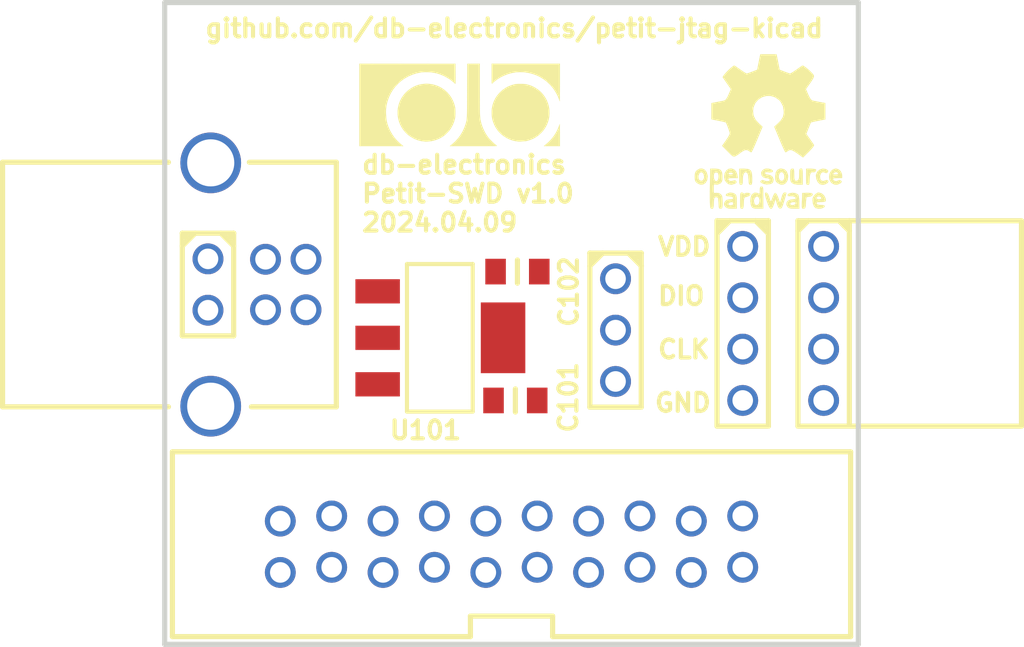
<source format=kicad_pcb>
(kicad_pcb (version 20221018) (generator pcbnew)
  (title_block (title "Petit SWD") (date "2024-04-08") (rev "0.1") (company "db Electronics") (comment 1 "https://github.com/db-electronics/petit-jtag-kicad") (comment 2 "Licensed Under CERN OHL v.1.2") (comment 3 "Copyright 2024 René Richard"))
  (layers (0 "F.Cu" signal) (31 "B.Cu" signal) (36 "B.SilkS" user "B.Silkscreen") (37 "F.SilkS" user "F.Silkscreen") (38 "B.Mask" user) (39 "F.Mask" user) (44 "Edge.Cuts" user))
  (net 0 "")
  (net 1 "+3V3")
  (net 3 "GND")
  (net 5 "/SWDIO")
  (net 6 "/SWCLK")
  (net 12 "+5V")
  (net 13 "VCC")
  (footprint "db-thparts:HDR1X4" (layer "F.Cu") (at 154.305 92.075)
    (fp_text reference "CON102" hide)
    (fp_text value "61300411121" hide)
    (fp_line (start -1.27 -1.27) (end -1.27 8.89) (stroke (width 0.254)) (layer "F.SilkS"))
    (fp_line (start -1.27 -1.27) (end -1.016 -1.016) (stroke (width 0.254)) (layer "F.SilkS"))
    (fp_line (start -1.27 -0.635) (end -0.635 -1.27) (stroke (width 0.254)) (layer "F.SilkS"))
    (fp_line (start -1.27 8.89) (end 1.27 8.89) (stroke (width 0.254)) (layer "F.SilkS"))
    (fp_line (start 0.635 -1.27) (end 1.27 -0.635) (stroke (width 0.254)) (layer "F.SilkS"))
    (fp_line (start 1.27 -1.27) (end -1.27 -1.27) (stroke (width 0.254)) (layer "F.SilkS"))
    (fp_line (start 1.27 -1.27) (end 1.016 -1.016) (stroke (width 0.254)) (layer "F.SilkS"))
    (fp_line (start 1.27 8.89) (end 1.27 -1.27) (stroke (width 0.254)) (layer "F.SilkS"))
    (pad "1" thru_hole circle (at 0 0) (size 1.524 1.524) (drill 1.016) (layers "*.Cu" "*.Mask") (net 13 "VCC"))
    (pad "2" thru_hole circle (at 0 2.54) (size 1.524 1.524) (drill 1.016) (layers "*.Cu" "*.Mask") (net 5 "/SWDIO"))
    (pad "3" thru_hole circle (at 0 5.08) (size 1.524 1.524) (drill 1.016) (layers "*.Cu" "*.Mask") (net 6 "/SWCLK"))
    (pad "4" thru_hole circle (at 0 7.62) (size 1.524 1.524) (drill 1.016) (layers "*.Cu" "*.Mask") (net 3 "GND"))
  )
  (footprint "db-thparts:USB-B1HSxx" (layer "F.Cu") (at 130.715 93.96 90)
    (fp_text reference "CON104" hide)
    (fp_text value "USB-B1HSB6" hide)
    (fp_line (start -6.05 -13) (end -6.05 -4.8) (stroke (width 0.254)) (layer "F.SilkS"))
    (fp_line (start -6.05 -13) (end 6.05 -13) (stroke (width 0.254)) (layer "F.SilkS"))
    (fp_line (start -6.05 3.5) (end -6.05 -0.7) (stroke (width 0.254)) (layer "F.SilkS"))
    (fp_line (start -6.05 3.5) (end 6.05 3.5) (stroke (width 0.254)) (layer "F.SilkS"))
    (fp_line (start 6.05 -13) (end 6.05 -4.8) (stroke (width 0.254)) (layer "F.SilkS"))
    (fp_line (start 6.05 3.5) (end 6.05 -0.8) (stroke (width 0.254)) (layer "F.SilkS"))
    (pad "1" thru_hole circle (at -1.25 2 90) (size 1.524 1.524) (drill 1.016) (layers "*.Cu" "*.Mask") (net 12 "+5V"))
    (pad "2" thru_hole circle (at 1.25 2 90) (size 1.524 1.524) (drill 1.016) (layers "*.Cu" "*.Mask"))
    (pad "3" thru_hole circle (at 1.25 0 90) (size 1.524 1.524) (drill 1.016) (layers "*.Cu" "*.Mask"))
    (pad "4" thru_hole circle (at -1.25 0 90) (size 1.524 1.524) (drill 1.016) (layers "*.Cu" "*.Mask") (net 3 "GND"))
    (pad "5" thru_hole circle (at -6.02 -2.71 90) (size 3 3) (drill 2.33) (layers "*.Cu" "*.Mask") (net 3 "GND"))
    (pad "5" thru_hole circle (at 6.02 -2.71 90) (size 3 3) (drill 2.33) (layers "*.Cu" "*.Mask") (net 3 "GND"))
  )
  (footprint "db-thparts:HDR1X3" (layer "F.Cu") (at 148.0185 93.6752)
    (fp_text reference "CON105" hide)
    (fp_text value "61300311121" hide)
    (fp_line (start -1.27 -1.27) (end -1.27 6.35) (stroke (width 0.254)) (layer "F.SilkS"))
    (fp_line (start -1.27 -1.27) (end -1.016 -1.016) (stroke (width 0.254)) (layer "F.SilkS"))
    (fp_line (start -1.27 -0.635) (end -0.635 -1.27) (stroke (width 0.254)) (layer "F.SilkS"))
    (fp_line (start -1.27 6.35) (end 1.27 6.35) (stroke (width 0.254)) (layer "F.SilkS"))
    (fp_line (start 0.635 -1.27) (end 1.27 -0.635) (stroke (width 0.254)) (layer "F.SilkS"))
    (fp_line (start 1.27 -1.27) (end -1.27 -1.27) (stroke (width 0.254)) (layer "F.SilkS"))
    (fp_line (start 1.27 -1.27) (end 1.016 -1.016) (stroke (width 0.254)) (layer "F.SilkS"))
    (fp_line (start 1.27 6.35) (end 1.27 -1.27) (stroke (width 0.254)) (layer "F.SilkS"))
    (pad "1" thru_hole circle (at 0 0) (size 1.524 1.524) (drill 1.016) (layers "*.Cu" "*.Mask") (net 1 "+3V3"))
    (pad "2" thru_hole circle (at 0 2.54) (size 1.524 1.524) (drill 1.016) (layers "*.Cu" "*.Mask") (net 13 "VCC"))
    (pad "3" thru_hole circle (at 0 5.08) (size 1.524 1.524) (drill 1.016) (layers "*.Cu" "*.Mask") (net 12 "+5V"))
  )
  (footprint "db-thparts:HDR2X10-JTAG-SHROUD" (layer "F.Cu") (at 131.445 108.077 90)
    (fp_text reference "CON101" hide)
    (fp_text value "302-S201" hide)
    (fp_line (start -3.302 -5.334) (end -3.302 9.398) (stroke (width 0.254)) (layer "F.SilkS"))
    (fp_line (start -3.302 -5.334) (end 5.842 -5.334) (stroke (width 0.254)) (layer "F.SilkS"))
    (fp_line (start -3.302 9.398) (end -2.286 9.398) (stroke (width 0.254)) (layer "F.SilkS"))
    (fp_line (start -3.302 13.462) (end -3.302 28.194) (stroke (width 0.254)) (layer "F.SilkS"))
    (fp_line (start -3.302 28.194) (end 5.842 28.194) (stroke (width 0.254)) (layer "F.SilkS"))
    (fp_line (start -2.286 9.398) (end -2.286 13.462) (stroke (width 0.254)) (layer "F.SilkS"))
    (fp_line (start -2.286 13.462) (end -3.302 13.462) (stroke (width 0.254)) (layer "F.SilkS"))
    (fp_line (start 5.842 28.194) (end 5.842 -5.334) (stroke (width 0.254)) (layer "F.SilkS"))
    (pad "1" thru_hole circle (at -0.127 0 90) (size 1.524 1.524) (drill 1.016) (layers "*.Cu" "*.Mask") (net 13 "VCC"))
    (pad "2" thru_hole circle (at 2.413 0 90) (size 1.524 1.524) (drill 1.016) (layers "*.Cu" "*.Mask") (net 13 "VCC"))
    (pad "3" thru_hole circle (at 0.127 2.54 90) (size 1.524 1.524) (drill 1.016) (layers "*.Cu" "*.Mask"))
    (pad "4" thru_hole circle (at 2.667 2.54 90) (size 1.524 1.524) (drill 1.016) (layers "*.Cu" "*.Mask") (net 3 "GND"))
    (pad "5" thru_hole circle (at -0.127 5.08 90) (size 1.524 1.524) (drill 1.016) (layers "*.Cu" "*.Mask"))
    (pad "6" thru_hole circle (at 2.413 5.08 90) (size 1.524 1.524) (drill 1.016) (layers "*.Cu" "*.Mask") (net 3 "GND"))
    (pad "7" thru_hole circle (at 0.127 7.62 90) (size 1.524 1.524) (drill 1.016) (layers "*.Cu" "*.Mask") (net 5 "/SWDIO"))
    (pad "8" thru_hole circle (at 2.667 7.62 90) (size 1.524 1.524) (drill 1.016) (layers "*.Cu" "*.Mask") (net 3 "GND"))
    (pad "9" thru_hole circle (at -0.127 10.16 90) (size 1.524 1.524) (drill 1.016) (layers "*.Cu" "*.Mask") (net 6 "/SWCLK"))
    (pad "10" thru_hole circle (at 2.413 10.16 90) (size 1.524 1.524) (drill 1.016) (layers "*.Cu" "*.Mask") (net 3 "GND"))
    (pad "11" thru_hole circle (at 0.127 12.7 90) (size 1.524 1.524) (drill 1.016) (layers "*.Cu" "*.Mask"))
    (pad "12" thru_hole circle (at 2.667 12.7 90) (size 1.524 1.524) (drill 1.016) (layers "*.Cu" "*.Mask") (net 3 "GND"))
    (pad "13" thru_hole circle (at -0.127 15.24 90) (size 1.524 1.524) (drill 1.016) (layers "*.Cu" "*.Mask"))
    (pad "14" thru_hole circle (at 2.413 15.24 90) (size 1.524 1.524) (drill 1.016) (layers "*.Cu" "*.Mask") (net 3 "GND"))
    (pad "15" thru_hole circle (at 0.127 17.78 90) (size 1.524 1.524) (drill 1.016) (layers "*.Cu" "*.Mask"))
    (pad "16" thru_hole circle (at 2.667 17.78 90) (size 1.524 1.524) (drill 1.016) (layers "*.Cu" "*.Mask") (net 3 "GND"))
    (pad "17" thru_hole circle (at -0.127 20.32 90) (size 1.524 1.524) (drill 1.016) (layers "*.Cu" "*.Mask"))
    (pad "18" thru_hole circle (at 2.413 20.32 90) (size 1.524 1.524) (drill 1.016) (layers "*.Cu" "*.Mask") (net 3 "GND"))
    (pad "19" thru_hole circle (at 0.127 22.86 90) (size 1.524 1.524) (drill 1.016) (layers "*.Cu" "*.Mask"))
    (pad "20" thru_hole circle (at 2.667 22.86 90) (size 1.524 1.524) (drill 1.016) (layers "*.Cu" "*.Mask") (net 3 "GND"))
  )
  (footprint "db-thparts:HDR1X2" (layer "F.Cu") (at 127.87 92.69)
    (fp_text reference "CON106" hide)
    (fp_text value "61300211121" hide)
    (fp_line (start -1.27 -1.27) (end -1.016 -1.016) (stroke (width 0.254)) (layer "F.SilkS"))
    (fp_line (start -1.27 -1.27) (end 1.27 -1.27) (stroke (width 0.254)) (layer "F.SilkS"))
    (fp_line (start -1.27 3.81) (end -1.27 -1.27) (stroke (width 0.254)) (layer "F.SilkS"))
    (fp_line (start -0.635 -1.27) (end -1.27 -0.635) (stroke (width 0.254)) (layer "F.SilkS"))
    (fp_line (start 0.635 -1.27) (end 1.27 -0.635) (stroke (width 0.254)) (layer "F.SilkS"))
    (fp_line (start 1.27 -1.27) (end 1.016 -1.016) (stroke (width 0.254)) (layer "F.SilkS"))
    (fp_line (start 1.27 -1.27) (end 1.27 3.81) (stroke (width 0.254)) (layer "F.SilkS"))
    (fp_line (start 1.27 3.81) (end -1.27 3.81) (stroke (width 0.254)) (layer "F.SilkS"))
    (pad "1" thru_hole circle (at 0 0) (size 1.524 1.524) (drill 1.016) (layers "*.Cu" "*.Mask") (net 12 "+5V"))
    (pad "2" thru_hole circle (at 0 2.54) (size 1.524 1.524) (drill 1.016) (layers "*.Cu" "*.Mask") (net 3 "GND"))
  )
  (footprint "db-smt:SOT-223" (layer "F.Cu") (at 136.2571 96.5962 -90)
    (fp_text reference "U101" (at 4.572 -2.3634) (layer "F.SilkS") (effects (font (size 0.889 0.889) (thickness 0.2032))))
    (fp_text value "AZ1117CH-3.3TRG1" hide)
    (fp_line (start -3.65 -4.7) (end -3.65 -1.45) (stroke (width 0.2032)) (layer "F.SilkS"))
    (fp_line (start -3.65 -4.7) (end 3.65 -4.7) (stroke (width 0.2032)) (layer "F.SilkS"))
    (fp_line (start -3.65 -1.45) (end 3.65 -1.45) (stroke (width 0.2032)) (layer "F.SilkS"))
    (fp_line (start 3.65 -1.45) (end 3.65 -4.7) (stroke (width 0.2032)) (layer "F.SilkS"))
    (pad "1" smd rect (at -2.3 0 270) (size 1.2 2.2) (layers "F.Cu" "F.Paste" "F.Mask") (net 3 "GND"))
    (pad "2" smd rect (at 0 -6.2 270) (size 3.5 2.2) (layers "F.Cu" "F.Paste" "F.Mask") (net 1 "+3V3"))
    (pad "2" smd rect (at 0 0 270) (size 1.2 2.2) (layers "F.Cu" "F.Paste" "F.Mask") (net 1 "+3V3"))
    (pad "3" smd rect (at 2.3 0 270) (size 1.2 2.2) (layers "F.Cu" "F.Paste" "F.Mask") (net 12 "+5V"))
  )
  (footprint "db-artwork:oshw-logo_7.5mm" (layer "F.Cu") (at 155.575 86.36)
    (fp_text reference "logo102" hide)
    (fp_text value "oshw-logo" hide)
    (fp_poly (pts (xy 2.22811 1.877412) (xy 2.32344 1.894297) (xy 2.352796 1.910333) (xy 2.352453 1.97402) (xy 2.301982 2.030846) (xy 2.232318 2.049496) (xy 2.218866 2.045914) (xy 2.128443 2.045235) (xy 2.067523 2.123527) (xy 2.036362 2.280306) (xy 2.032 2.397016) (xy 2.029261 2.544228) (xy 2.0171 2.625709) (xy 1.989602 2.660325) (xy 1.947334 2.667) (xy 1.907758 2.660853) (xy 1.882879 2.631872) (xy 1.869322 2.564247) (xy 1.863712 2.442169) (xy 1.862667 2.270401) (xy 1.862667 1.873803) (xy 2.095152 1.871714) (xy 2.22811 1.877412)) (stroke (width 0.01)) (fill solid) (layer "F.SilkS"))
    (fp_poly (pts (xy 2.022973 3.065188) (xy 2.127916 3.079321) (xy 2.15971 3.090771) (xy 2.190713 3.141916) (xy 2.158229 3.198734) (xy 2.080209 3.243732) (xy 1.986418 3.259666) (xy 1.922796 3.263281) (xy 1.88592 3.286651) (xy 1.867083 3.348566) (xy 1.857579 3.467816) (xy 1.854018 3.545416) (xy 1.844786 3.698174) (xy 1.829135 3.785832) (xy 1.799916 3.827958) (xy 1.749983 3.844114) (xy 1.74462 3.844907) (xy 1.699481 3.848141) (xy 1.671736 3.831952) (xy 1.657946 3.780902) (xy 1.654675 3.679555) (xy 1.658485 3.512471) (xy 1.659953 3.464671) (xy 1.672167 3.070692) (xy 1.887265 3.063011) (xy 2.022973 3.065188)) (stroke (width 0.01)) (fill solid) (layer "F.SilkS"))
    (fp_poly (pts (xy -1.243579 3.06787) (xy -1.227666 3.095516) (xy -1.20757 3.118205) (xy -1.164716 3.090789) (xy -1.091078 3.064163) (xy -0.996521 3.065817) (xy -0.917282 3.090822) (xy -0.889 3.128289) (xy -0.926827 3.194313) (xy -1.022505 3.247304) (xy -1.100666 3.266193) (xy -1.157175 3.27999) (xy -1.190253 3.314953) (xy -1.207681 3.390827) (xy -1.217238 3.527358) (xy -1.219017 3.566583) (xy -1.228565 3.719624) (xy -1.244389 3.806152) (xy -1.272541 3.844321) (xy -1.314267 3.852333) (xy -1.352752 3.845812) (xy -1.377044 3.815809) (xy -1.390367 3.746659) (xy -1.395943 3.622698) (xy -1.397 3.450166) (xy -1.395721 3.263248) (xy -1.389682 3.145278) (xy -1.375574 3.080552) (xy -1.350093 3.053364) (xy -1.312333 3.048) (xy -1.243579 3.06787)) (stroke (width 0.01)) (fill solid) (layer "F.SilkS"))
    (fp_poly (pts (xy 2.82331 1.881264) (xy 2.900728 1.921585) (xy 2.954549 1.976468) (xy 2.938543 2.031202) (xy 2.926375 2.046689) (xy 2.867729 2.089704) (xy 2.794886 2.065028) (xy 2.790244 2.062162) (xy 2.688997 2.035925) (xy 2.607165 2.084516) (xy 2.556628 2.198436) (xy 2.548193 2.255768) (xy 2.564622 2.388194) (xy 2.630992 2.466225) (xy 2.732961 2.478284) (xy 2.794875 2.454865) (xy 2.892314 2.429654) (xy 2.952714 2.466943) (xy 2.963334 2.514536) (xy 2.927022 2.570213) (xy 2.839411 2.624309) (xy 2.732489 2.660019) (xy 2.675592 2.665712) (xy 2.579023 2.643735) (xy 2.52545 2.619056) (xy 2.43773 2.52739) (xy 2.374678 2.387215) (xy 2.349389 2.23389) (xy 2.355582 2.160339) (xy 2.420428 2.017455) (xy 2.535378 1.916578) (xy 2.677362 1.867814) (xy 2.82331 1.881264)) (stroke (width 0.01)) (fill solid) (layer "F.SilkS"))
    (fp_poly (pts (xy -1.029438 1.881142) (xy -0.913774 1.922038) (xy -0.84505 2.007565) (xy -0.812251 2.150923) (xy -0.804333 2.3495) (xy -0.806414 2.512016) (xy -0.815692 2.607385) (xy -0.836722 2.653087) (xy -0.87406 2.666601) (xy -0.887066 2.667) (xy -0.9321 2.657027) (xy -0.959038 2.61493) (xy -0.974067 2.522436) (xy -0.982316 2.385669) (xy -0.995486 2.219747) (xy -1.020254 2.118959) (xy -1.061858 2.06401) (xy -1.071396 2.057586) (xy -1.153734 2.04262) (xy -1.216706 2.104179) (xy -1.256668 2.235593) (xy -1.27 2.421091) (xy -1.273294 2.560192) (xy -1.287682 2.634364) (xy -1.319921 2.663232) (xy -1.354666 2.667) (xy -1.394242 2.660853) (xy -1.419121 2.631872) (xy -1.432678 2.564247) (xy -1.438288 2.442169) (xy -1.439333 2.270401) (xy -1.439333 1.873803) (xy -1.203055 1.871679) (xy -1.029438 1.881142)) (stroke (width 0.01)) (fill solid) (layer "F.SilkS"))
    (fp_poly (pts (xy 0.790285 1.90013) (xy 0.902959 2.004503) (xy 0.964874 2.163757) (xy 0.973667 2.264833) (xy 0.943669 2.445903) (xy 0.863097 2.577067) (xy 0.746085 2.649834) (xy 0.606768 2.655716) (xy 0.459278 2.586223) (xy 0.450209 2.57926) (xy 0.383399 2.514244) (xy 0.349961 2.435757) (xy 0.339122 2.313135) (xy 0.338751 2.271196) (xy 0.508 2.271196) (xy 0.534069 2.391705) (xy 0.597694 2.461401) (xy 0.677001 2.474793) (xy 0.750118 2.42639) (xy 0.788905 2.341708) (xy 0.791675 2.221391) (xy 0.768281 2.134711) (xy 0.701714 2.049293) (xy 0.62637 2.036002) (xy 0.558781 2.086167) (xy 0.515479 2.191119) (xy 0.508 2.271196) (xy 0.338751 2.271196) (xy 0.338667 2.26176) (xy 0.362385 2.063774) (xy 0.434646 1.934067) (xy 0.557111 1.870416) (xy 0.636924 1.862666) (xy 0.790285 1.90013)) (stroke (width 0.01)) (fill solid) (layer "F.SilkS"))
    (fp_poly (pts (xy -3.149684 1.921286) (xy -3.057849 2.037379) (xy -3.009596 2.202889) (xy -3.005666 2.272466) (xy -3.036276 2.450477) (xy -3.11824 2.57921) (xy -3.236761 2.649993) (xy -3.377042 2.654152) (xy -3.524285 2.583017) (xy -3.529124 2.57926) (xy -3.597043 2.512578) (xy -3.630364 2.431505) (xy -3.640441 2.304474) (xy -3.640666 2.26914) (xy -3.639305 2.246067) (xy -3.464082 2.246067) (xy -3.453415 2.377047) (xy -3.405317 2.441241) (xy -3.308783 2.473499) (xy -3.228568 2.433489) (xy -3.181208 2.33361) (xy -3.175 2.268527) (xy -3.200222 2.132533) (xy -3.262034 2.05715) (xy -3.339656 2.04399) (xy -3.412307 2.09467) (xy -3.459207 2.210803) (xy -3.464082 2.246067) (xy -3.639305 2.246067) (xy -3.631853 2.119818) (xy -3.598824 2.022228) (xy -3.542688 1.954712) (xy -3.406504 1.871432) (xy -3.270703 1.863131) (xy -3.149684 1.921286)) (stroke (width 0.01)) (fill solid) (layer "F.SilkS"))
    (fp_poly (pts (xy 1.648214 1.868804) (xy 1.673088 1.897748) (xy 1.686654 1.965297) (xy 1.692278 2.087246) (xy 1.693334 2.259948) (xy 1.693334 2.65723) (xy 1.480324 2.65723) (xy 1.283198 2.63453) (xy 1.173408 2.581219) (xy 1.123775 2.530084) (xy 1.095293 2.461866) (xy 1.082393 2.353641) (xy 1.0795 2.19452) (xy 1.081421 2.034261) (xy 1.090856 1.939888) (xy 1.113315 1.892646) (xy 1.154311 1.873776) (xy 1.17475 1.870305) (xy 1.224546 1.868374) (xy 1.253053 1.891989) (xy 1.266185 1.958675) (xy 1.269856 2.085954) (xy 1.27 2.152527) (xy 1.277127 2.33179) (xy 1.302216 2.436439) (xy 1.350831 2.475616) (xy 1.428536 2.458461) (xy 1.449917 2.448123) (xy 1.492103 2.408286) (xy 1.515072 2.330379) (xy 1.523565 2.19445) (xy 1.524 2.136343) (xy 1.526667 1.987916) (xy 1.538536 1.905334) (xy 1.565408 1.869845) (xy 1.608667 1.862666) (xy 1.648214 1.868804)) (stroke (width 0.01)) (fill solid) (layer "F.SilkS"))
    (fp_poly (pts (xy -1.706223 1.902656) (xy -1.602585 2.001704) (xy -1.540886 2.155077) (xy -1.53834 2.169583) (xy -1.512922 2.328333) (xy -1.751294 2.328333) (xy -1.895547 2.334301) (xy -1.97017 2.354641) (xy -1.989666 2.38898) (xy -1.954272 2.450897) (xy -1.870123 2.481492) (xy -1.770271 2.471265) (xy -1.743751 2.459659) (xy -1.655783 2.441119) (xy -1.615152 2.465781) (xy -1.571371 2.527493) (xy -1.595679 2.574918) (xy -1.674158 2.617871) (xy -1.82639 2.662932) (xy -1.956018 2.638274) (xy -2.044207 2.581817) (xy -2.149803 2.448119) (xy -2.187844 2.275654) (xy -2.160666 2.106083) (xy -1.979083 2.106083) (xy -1.957054 2.146227) (xy -1.862666 2.159) (xy -1.765627 2.145022) (xy -1.74625 2.106083) (xy -1.797275 2.064761) (xy -1.862666 2.053166) (xy -1.946453 2.073122) (xy -1.979083 2.106083) (xy -2.160666 2.106083) (xy -2.158941 2.095321) (xy -2.07816 1.954264) (xy -1.963072 1.876655) (xy -1.832739 1.860212) (xy -1.706223 1.902656)) (stroke (width 0.01)) (fill solid) (layer "F.SilkS"))
    (fp_poly (pts (xy 0.032085 1.87269) (xy 0.145844 1.911644) (xy 0.21911 1.964544) (xy 0.219508 2.01279) (xy 0.158639 2.045933) (xy 0.048103 2.053524) (xy -0.004943 2.047466) (xy -0.113125 2.036538) (xy -0.160745 2.053896) (xy -0.169333 2.090089) (xy -0.135859 2.14482) (xy -0.051753 2.159) (xy 0.098843 2.190268) (xy 0.206821 2.273798) (xy 0.253423 2.394177) (xy 0.254 2.410216) (xy 0.234066 2.515625) (xy 0.194278 2.579198) (xy 0.068404 2.636472) (xy -0.093281 2.648349) (xy -0.254236 2.613399) (xy -0.288299 2.598086) (xy -0.376246 2.547028) (xy -0.397284 2.508044) (xy -0.367321 2.465845) (xy -0.297276 2.427195) (xy -0.219388 2.4512) (xy -0.09877 2.49182) (xy 0.008521 2.488788) (xy 0.066425 2.4506) (xy 0.064241 2.393468) (xy -0.004521 2.349419) (xy -0.1218 2.329272) (xy -0.136607 2.328981) (xy -0.257545 2.291982) (xy -0.336547 2.199474) (xy -0.356488 2.076901) (xy -0.343034 2.022321) (xy -0.261692 1.915345) (xy -0.13084 1.864152) (xy 0.032085 1.87269)) (stroke (width 0.01)) (fill solid) (layer "F.SilkS"))
    (fp_poly (pts (xy 1.328847 3.077167) (xy 1.44165 3.129082) (xy 1.481152 3.174038) (xy 1.502915 3.255803) (xy 1.518339 3.392208) (xy 1.524 3.548666) (xy 1.524 3.843232) (xy 1.275608 3.846729) (xy 1.114456 3.841178) (xy 1.01354 3.815389) (xy 0.958108 3.773862) (xy 0.891367 3.65341) (xy 0.892583 3.636379) (xy 1.076895 3.636379) (xy 1.078074 3.638359) (xy 1.14299 3.675222) (xy 1.236482 3.670727) (xy 1.318066 3.6325) (xy 1.346826 3.58775) (xy 1.333302 3.529338) (xy 1.262521 3.514314) (xy 1.149223 3.532831) (xy 1.080827 3.577905) (xy 1.076895 3.636379) (xy 0.892583 3.636379) (xy 0.899501 3.539574) (xy 0.973199 3.448011) (xy 1.103152 3.394374) (xy 1.188357 3.386666) (xy 1.30554 3.375539) (xy 1.352492 3.33918) (xy 1.354667 3.323973) (xy 1.316371 3.267176) (xy 1.214052 3.233756) (xy 1.066564 3.229775) (xy 1.062618 3.230092) (xy 0.970587 3.216697) (xy 0.945988 3.1706) (xy 0.991736 3.113928) (xy 1.043869 3.087785) (xy 1.185723 3.061325) (xy 1.328847 3.077167)) (stroke (width 0.01)) (fill solid) (layer "F.SilkS"))
    (fp_poly (pts (xy 3.471791 1.901043) (xy 3.579104 2.001264) (xy 3.636305 2.140963) (xy 3.640667 2.193478) (xy 3.640667 2.328333) (xy 3.404306 2.328333) (xy 3.254758 2.338375) (xy 3.187429 2.368528) (xy 3.202284 2.418829) (xy 3.272624 2.473166) (xy 3.359362 2.494157) (xy 3.432171 2.463177) (xy 3.513164 2.429624) (xy 3.579256 2.457167) (xy 3.58483 2.461693) (xy 3.622675 2.506952) (xy 3.599944 2.552523) (xy 3.555657 2.591123) (xy 3.411286 2.658886) (xy 3.256596 2.65132) (xy 3.116674 2.57) (xy 3.109576 2.56309) (xy 3.02468 2.429482) (xy 2.99842 2.275213) (xy 3.021416 2.137379) (xy 3.194122 2.137379) (xy 3.228407 2.155468) (xy 3.316655 2.159) (xy 3.417206 2.150998) (xy 3.449524 2.121899) (xy 3.444309 2.0955) (xy 3.386306 2.040795) (xy 3.344988 2.032) (xy 3.255617 2.06256) (xy 3.217334 2.0955) (xy 3.194122 2.137379) (xy 3.021416 2.137379) (xy 3.024174 2.120852) (xy 3.095322 1.98697) (xy 3.205241 1.894136) (xy 3.33503 1.862666) (xy 3.471791 1.901043)) (stroke (width 0.01)) (fill solid) (layer "F.SilkS"))
    (fp_poly (pts (xy -1.759714 3.066267) (xy -1.660419 3.1139) (xy -1.612437 3.156684) (xy -1.584121 3.215841) (xy -1.570455 3.312575) (xy -1.566425 3.468094) (xy -1.566333 3.511688) (xy -1.566333 3.843576) (xy -1.800745 3.846376) (xy -1.959576 3.839163) (xy -2.062327 3.808311) (xy -2.118245 3.766088) (xy -2.189099 3.668778) (xy -2.18802 3.608916) (xy -1.981825 3.608916) (xy -1.972562 3.662209) (xy -1.904702 3.681907) (xy -1.865771 3.683) (xy -1.771873 3.670737) (xy -1.737708 3.623788) (xy -1.735666 3.595521) (xy -1.752352 3.533005) (xy -1.818071 3.518547) (xy -1.851721 3.521438) (xy -1.948235 3.557578) (xy -1.981825 3.608916) (xy -2.18802 3.608916) (xy -2.187381 3.573542) (xy -2.135433 3.480752) (xy -2.059636 3.412876) (xy -1.942561 3.387717) (xy -1.899495 3.386666) (xy -1.790033 3.380095) (xy -1.745558 3.354318) (xy -1.744177 3.312583) (xy -1.782296 3.259086) (xy -1.879606 3.239161) (xy -1.912606 3.2385) (xy -2.045718 3.225828) (xy -2.105687 3.190437) (xy -2.088197 3.136267) (xy -2.055592 3.108038) (xy -1.915753 3.053823) (xy -1.759714 3.066267)) (stroke (width 0.01)) (fill solid) (layer "F.SilkS"))
    (fp_poly (pts (xy 2.626053 3.086625) (xy 2.746604 3.187969) (xy 2.8216 3.330232) (xy 2.836334 3.430991) (xy 2.825786 3.478603) (xy 2.780924 3.503548) (xy 2.68192 3.512774) (xy 2.600396 3.513666) (xy 2.465336 3.517304) (xy 2.396809 3.532229) (xy 2.376846 3.564462) (xy 2.379217 3.58775) (xy 2.412386 3.637989) (xy 2.498404 3.659455) (xy 2.568909 3.661833) (xy 2.71262 3.673377) (xy 2.781052 3.706322) (xy 2.771024 3.758135) (xy 2.732926 3.792294) (xy 2.610922 3.839976) (xy 2.460252 3.847119) (xy 2.327492 3.812007) (xy 2.319417 3.807541) (xy 2.252302 3.728358) (xy 2.202928 3.597633) (xy 2.180464 3.448058) (xy 2.187764 3.338095) (xy 2.208344 3.292693) (xy 2.372425 3.292693) (xy 2.380938 3.345992) (xy 2.449784 3.382016) (xy 2.497667 3.386666) (xy 2.595757 3.368954) (xy 2.624667 3.327695) (xy 2.589395 3.262629) (xy 2.506623 3.23351) (xy 2.434167 3.244357) (xy 2.372425 3.292693) (xy 2.208344 3.292693) (xy 2.238112 3.227022) (xy 2.328117 3.124733) (xy 2.429995 3.058791) (xy 2.480217 3.048) (xy 2.626053 3.086625)) (stroke (width 0.01)) (fill solid) (layer "F.SilkS"))
    (fp_poly (pts (xy -0.303943 2.756376) (xy -0.280278 2.779548) (xy -0.265561 2.834748) (xy -0.257684 2.93554) (xy -0.254535 3.095491) (xy -0.254 3.296005) (xy -0.254 3.840345) (xy -0.507282 3.843936) (xy -0.656761 3.841165) (xy -0.747343 3.822851) (xy -0.804373 3.781962) (xy -0.824782 3.755844) (xy -0.873586 3.633793) (xy -0.891162 3.474797) (xy -0.890475 3.46589) (xy -0.719666 3.46589) (xy -0.695394 3.58952) (xy -0.635375 3.662747) (xy -0.558803 3.677134) (xy -0.484873 3.624245) (xy -0.459386 3.580288) (xy -0.432928 3.459209) (xy -0.450252 3.34057) (xy -0.504532 3.25794) (xy -0.527576 3.244968) (xy -0.609057 3.252344) (xy -0.678831 3.321375) (xy -0.717215 3.429423) (xy -0.719666 3.46589) (xy -0.890475 3.46589) (xy -0.8786 3.312123) (xy -0.836994 3.17904) (xy -0.804333 3.132666) (xy -0.691453 3.058187) (xy -0.569848 3.06334) (xy -0.505217 3.091822) (xy -0.455206 3.11101) (xy -0.431165 3.086533) (xy -0.423743 3.001473) (xy -0.423333 2.943656) (xy -0.417883 2.82404) (xy -0.395211 2.767243) (xy -0.345841 2.751769) (xy -0.338666 2.751666) (xy -0.303943 2.756376)) (stroke (width 0.01)) (fill solid) (layer "F.SilkS"))
    (fp_poly (pts (xy 0.873303 3.057858) (xy 0.889 3.071407) (xy 0.877607 3.119639) (xy 0.847032 3.229717) (xy 0.802683 3.382469) (xy 0.775057 3.475455) (xy 0.718782 3.655414) (xy 0.67573 3.767487) (xy 0.638235 3.825838) (xy 0.598629 3.84463) (xy 0.575731 3.843631) (xy 0.515015 3.810127) (xy 0.462799 3.719413) (xy 0.421592 3.598333) (xy 0.352837 3.3655) (xy 0.274521 3.608916) (xy 0.215277 3.765064) (xy 0.159474 3.845163) (xy 0.10309 3.84765) (xy 0.042104 3.77096) (xy -0.027505 3.613529) (xy -0.077704 3.471866) (xy -0.134395 3.287803) (xy -0.166094 3.151397) (xy -0.170009 3.075753) (xy -0.164126 3.065948) (xy -0.084956 3.055934) (xy -0.015993 3.129422) (xy 0.042212 3.2858) (xy 0.045427 3.298107) (xy 0.080012 3.413179) (xy 0.110399 3.480658) (xy 0.124227 3.488752) (xy 0.15075 3.437966) (xy 0.191467 3.334887) (xy 0.215321 3.267256) (xy 0.265833 3.151114) (xy 0.31848 3.080217) (xy 0.342147 3.069166) (xy 0.388612 3.106985) (xy 0.445645 3.208025) (xy 0.489352 3.316) (xy 0.576886 3.562834) (xy 0.648454 3.305417) (xy 0.694848 3.158686) (xy 0.737457 3.078903) (xy 0.786334 3.049485) (xy 0.804511 3.048) (xy 0.873303 3.057858)) (stroke (width 0.01)) (fill solid) (layer "F.SilkS"))
    (fp_poly (pts (xy -2.473218 1.881848) (xy -2.360057 1.934799) (xy -2.297863 2.040136) (xy -2.274901 2.210464) (xy -2.273905 2.271678) (xy -2.279907 2.419636) (xy -2.303797 2.511864) (xy -2.354396 2.576816) (xy -2.37362 2.593237) (xy -2.503933 2.653689) (xy -2.591335 2.650383) (xy -2.659006 2.640494) (xy -2.694094 2.658364) (xy -2.707303 2.722778) (xy -2.709333 2.852522) (xy -2.709333 2.8575) (xy -2.707469 2.989441) (xy -2.69474 3.055502) (xy -2.660445 3.074468) (xy -2.59388 3.065125) (xy -2.591335 3.064616) (xy -2.453262 3.074597) (xy -2.372074 3.123014) (xy -2.318902 3.175622) (xy -2.287923 3.241585) (xy -2.272986 3.344219) (xy -2.267937 3.506841) (xy -2.267823 3.518089) (xy -2.268185 3.679118) (xy -2.276534 3.774173) (xy -2.298027 3.821899) (xy -2.337821 3.840942) (xy -2.358088 3.844432) (xy -2.407629 3.845267) (xy -2.436946 3.8184) (xy -2.452821 3.746198) (xy -2.462035 3.611026) (xy -2.463921 3.569266) (xy -2.472433 3.416924) (xy -2.486367 3.330562) (xy -2.513383 3.291522) (xy -2.561141 3.281146) (xy -2.582333 3.280833) (xy -2.63866 3.285987) (xy -2.67158 3.313945) (xy -2.688855 3.383448) (xy -2.698249 3.513239) (xy -2.700684 3.566583) (xy -2.710366 3.719947) (xy -2.726444 3.806661) (xy -2.754789 3.844743) (xy -2.793821 3.852333) (xy -2.840672 3.839996) (xy -2.867769 3.790241) (xy -2.882443 3.683949) (xy -2.887137 3.608916) (xy -2.890662 3.484501) (xy -2.892323 3.295455) (xy -2.892112 3.061793) (xy -2.890024 2.80353) (xy -2.887436 2.618439) (xy -2.88074 2.214871) (xy -2.701481 2.214871) (xy -2.693607 2.351299) (xy -2.652641 2.453359) (xy -2.588565 2.497362) (xy -2.582333 2.497666) (xy -2.531393 2.468996) (xy -2.500118 2.437121) (xy -2.470372 2.357131) (xy -2.461815 2.238104) (xy -2.463185 2.214871) (xy -2.479428 2.1083) (xy -2.516064 2.0624) (xy -2.582333 2.053166) (xy -2.653022 2.064577) (xy -2.687196 2.114779) (xy -2.701481 2.214871) (xy -2.88074 2.214871) (xy -2.875039 1.871379) (xy -2.64908 1.86868) (xy -2.473218 1.881848)) (stroke (width 0.01)) (fill solid) (layer "F.SilkS"))
    (fp_poly (pts (xy 0.43056 -3.640667) (xy 0.45725 -3.511282) (xy 0.490022 -3.346986) (xy 0.507154 -3.259094) (xy 0.55218 -3.025687) (xy 0.796344 -2.93101) (xy 0.930353 -2.881115) (xy 1.032684 -2.846812) (xy 1.075794 -2.836334) (xy 1.125198 -2.859205) (xy 1.223245 -2.919614) (xy 1.350142 -3.005254) (xy 1.370458 -3.019528) (xy 1.503435 -3.112644) (xy 1.613169 -3.188027) (xy 1.678037 -3.230843) (xy 1.681641 -3.233007) (xy 1.732262 -3.219166) (xy 1.823224 -3.159301) (xy 1.936625 -3.068845) (xy 2.054565 -2.963225) (xy 2.159144 -2.857873) (xy 2.232459 -2.768218) (xy 2.245544 -2.746943) (xy 2.249635 -2.689091) (xy 2.21076 -2.595359) (xy 2.123556 -2.454487) (xy 2.067641 -2.373458) (xy 1.852573 -2.068198) (xy 1.968402 -1.795664) (xy 2.051438 -1.624936) (xy 2.125107 -1.52917) (xy 2.174532 -1.502206) (xy 2.262548 -1.483449) (xy 2.401544 -1.455506) (xy 2.54 -1.428558) (xy 2.815167 -1.375834) (xy 2.815167 -0.5715) (xy 2.464817 -0.503373) (xy 2.303708 -0.470501) (xy 2.178266 -0.441994) (xy 2.10868 -0.422554) (xy 2.101212 -0.418707) (xy 2.080205 -0.373901) (xy 2.037557 -0.271817) (xy 1.982296 -0.134095) (xy 1.979498 -0.127) (xy 1.87104 0.148166) (xy 2.050047 0.402166) (xy 2.14135 0.532764) (xy 2.214223 0.638918) (xy 2.254021 0.699273) (xy 2.255457 0.70169) (xy 2.238781 0.749167) (xy 2.172315 0.839355) (xy 2.06803 0.957054) (xy 1.996597 1.03029) (xy 1.711334 1.313366) (xy 1.440067 1.122349) (xy 1.277811 1.01366) (xy 1.162448 0.954486) (xy 1.075852 0.940114) (xy 0.999896 0.965829) (xy 0.954992 0.996179) (xy 0.880675 1.044293) (xy 0.843786 1.058333) (xy 0.818662 1.021264) (xy 0.767845 0.918783) (xy 0.697357 0.76398) (xy 0.613221 0.569945) (xy 0.552732 0.425763) (xy 0.29071 -0.206807) (xy 0.465596 -0.364806) (xy 0.626057 -0.53221) (xy 0.71978 -0.692915) (xy 0.758912 -0.870974) (xy 0.762 -0.951758) (xy 0.725592 -1.211427) (xy 0.615931 -1.429129) (xy 0.523797 -1.531891) (xy 0.322785 -1.669358) (xy 0.105537 -1.733737) (xy -0.114047 -1.731064) (xy -0.322067 -1.667373) (xy -0.504623 -1.548699) (xy -0.647816 -1.381075) (xy -0.737745 -1.170537) (xy -0.762 -0.973667) (xy -0.730919 -0.746578) (xy -0.631994 -0.546807) (xy -0.469326 -0.367987) (xy -0.29071 -0.206807) (xy -0.552732 0.425763) (xy -0.642605 0.638626) (xy -0.722832 0.820954) (xy -0.78739 0.959657) (xy -0.830257 1.041646) (xy -0.843786 1.058333) (xy -0.896561 1.035414) (xy -0.954992 0.996179) (xy -1.053564 0.943252) (xy -1.153282 0.946343) (xy -1.27689 1.008692) (xy -1.337732 1.050669) (xy -1.500333 1.169152) (xy -1.611936 1.242064) (xy -1.693424 1.268574) (xy -1.765681 1.247851) (xy -1.849589 1.179064) (xy -1.966032 1.061381) (xy -2.002697 1.024199) (xy -2.287033 0.737667) (xy -2.096016 0.4664) (xy -2.004898 0.328375) (xy -1.937405 0.209704) (xy -1.905898 0.132517) (xy -1.905 0.124378) (xy -1.919618 0.057263) (xy -1.956366 -0.058515) (xy -2.004583 -0.193558) (xy -2.053609 -0.31847) (xy -2.092782 -0.403854) (xy -2.101897 -0.418568) (xy -2.146169 -0.433766) (xy -2.253522 -0.460061) (xy -2.403875 -0.492666) (xy -2.464679 -0.505031) (xy -2.815166 -0.575092) (xy -2.815166 -1.375834) (xy -2.54 -1.428558) (xy -2.382815 -1.459214) (xy -2.248344 -1.486379) (xy -2.174532 -1.502206) (xy -2.104015 -1.550113) (xy -2.028241 -1.667037) (xy -1.968261 -1.795994) (xy -1.852292 -2.068858) (xy -2.039048 -2.336179) (xy -2.13253 -2.470701) (xy -2.208466 -2.581276) (xy -2.252468 -2.646927) (xy -2.255612 -2.651906) (xy -2.241424 -2.701751) (xy -2.178187 -2.789488) (xy -2.082034 -2.898975) (xy -1.9691 -3.014072) (xy -1.85552 -3.118637) (xy -1.757426 -3.196528) (xy -1.690954 -3.231606) (xy -1.677389 -3.23038) (xy -1.621287 -3.19364) (xy -1.517411 -3.122383) (xy -1.386971 -3.03118) (xy -1.370457 -3.019528) (xy -1.240939 -2.931162) (xy -1.137298 -2.86618) (xy -1.079329 -2.836889) (xy -1.075794 -2.836334) (xy -1.020291 -2.850645) (xy -0.911562 -2.887847) (xy -0.796343 -2.93101) (xy -0.55218 -3.025687) (xy -0.507154 -3.259094) (xy -0.475172 -3.422) (xy -0.443932 -3.57659) (xy -0.430559 -3.640667) (xy -0.39899 -3.788834) (xy 0.398991 -3.788834) (xy 0.43056 -3.640667)) (stroke (width 0.01)) (fill solid) (layer "F.SilkS"))
  )
  (footprint "db-thparts:RCP1X4_RA" (layer "F.Cu") (at 158.3055 92.075)
    (fp_text reference "CON103" hide)
    (fp_text value "PPTC041LGBN-RC" hide)
    (fp_line (start -1.27 -1.27) (end -1.27 8.89) (stroke (width 0.254)) (layer "F.SilkS"))
    (fp_line (start -1.27 -1.27) (end -1.016 -1.016) (stroke (width 0.254)) (layer "F.SilkS"))
    (fp_line (start -1.27 -0.762) (end -0.762 -1.27) (stroke (width 0.254)) (layer "F.SilkS"))
    (fp_line (start -1.27 8.89) (end 9.779 8.89) (stroke (width 0.254)) (layer "F.SilkS"))
    (fp_line (start 1.016 -1.016) (end 1.27 -1.27) (stroke (width 0.254)) (layer "F.SilkS"))
    (fp_line (start 1.27 -0.762) (end 0.762 -1.27) (stroke (width 0.254)) (layer "F.SilkS"))
    (fp_line (start 1.27 8.89) (end 1.27 -1.27) (stroke (width 0.254)) (layer "F.SilkS"))
    (fp_line (start 9.779 -1.27) (end -1.27 -1.27) (stroke (width 0.254)) (layer "F.SilkS"))
    (fp_line (start 9.779 8.89) (end 9.779 -1.27) (stroke (width 0.254)) (layer "F.SilkS"))
    (pad "1" thru_hole circle (at 0 0) (size 1.524 1.524) (drill 1.016) (layers "*.Cu" "*.Mask") (net 13 "VCC"))
    (pad "2" thru_hole circle (at 0 2.54) (size 1.524 1.524) (drill 1.016) (layers "*.Cu" "*.Mask") (net 5 "/SWDIO"))
    (pad "3" thru_hole circle (at 0 5.08) (size 1.524 1.524) (drill 1.016) (layers "*.Cu" "*.Mask") (net 6 "/SWCLK"))
    (pad "4" thru_hole circle (at 0 7.62) (size 1.524 1.524) (drill 1.016) (layers "*.Cu" "*.Mask") (net 3 "GND"))
  )
  (footprint "db-artwork:db-logo_10mm" (layer "F.Cu") (at 140.335 85.09)
    (fp_text reference "logo101" hide)
    (fp_text value "db-logo" hide)
    (fp_poly (pts (xy 4.926468 0.948175) (xy 4.928046 0.979428) (xy 4.929477 1.0289) (xy 4.930728 1.094411) (xy 4.931764 1.173781) (xy 4.932551 1.264831) (xy 4.933056 1.36538) (xy 4.933243 1.47325) (xy 4.933244 1.478844) (xy 4.933244 2.020711) (xy 4.538133 2.020711) (xy 4.446225 2.020606) (xy 4.361889 2.020308) (xy 4.28768 2.01984) (xy 4.226152 2.019229) (xy 4.17986 2.018498) (xy 4.151358 2.017673) (xy 4.143022 2.016893) (xy 4.151358 2.008843) (xy 4.173864 1.990133) (xy 4.206782 1.963831) (xy 4.234499 1.942167) (xy 4.371567 1.823948) (xy 4.499994 1.689582) (xy 4.617126 1.542769) (xy 4.720311 1.38721) (xy 4.806895 1.226606) (xy 4.874227 1.064659) (xy 4.883951 1.036097) (xy 4.898975 0.992973) (xy 4.912296 0.959371) (xy 4.921928 0.940091) (xy 4.924777 0.937319) (xy 4.926468 0.948175)) (stroke (width 0.01)) (fill solid) (layer "F.SilkS"))
    (fp_poly (pts (xy -2.604912 -2.051782) (xy -0.231423 -2.048933) (xy -0.228482 -1.555044) (xy -0.228013 -1.451899) (xy -0.227856 -1.356055) (xy -0.227997 -1.269799) (xy -0.228417 -1.195413) (xy -0.229099 -1.135184) (xy -0.230028 -1.091397) (xy -0.231186 -1.066335) (xy -0.232104 -1.061156) (xy -0.24284 -1.068204) (xy -0.266186 -1.087109) (xy -0.298072 -1.11451) (xy -0.316739 -1.131055) (xy -0.462277 -1.248172) (xy -0.623569 -1.354245) (xy -0.795513 -1.446547) (xy -0.97301 -1.522351) (xy -1.150958 -1.578929) (xy -1.15748 -1.580617) (xy -1.299093 -1.610309) (xy -1.451467 -1.630408) (xy -1.607712 -1.640557) (xy -1.76094 -1.640401) (xy -1.90426 -1.629584) (xy -1.958623 -1.621974) (xy -2.169326 -1.576966) (xy -2.370789 -1.512197) (xy -2.561935 -1.428643) (xy -2.741686 -1.327281) (xy -2.908964 -1.20909) (xy -3.062692 -1.075046) (xy -3.201791 -0.926127) (xy -3.325185 -0.763309) (xy -3.431794 -0.587571) (xy -3.520542 -0.399889) (xy -3.590351 -0.201241) (xy -3.611712 -0.122987) (xy -3.634907 -0.022355) (xy -3.651399 0.071481) (xy -3.661827 0.165076) (xy -3.66683 0.26499) (xy -3.66705 0.377778) (xy -3.665838 0.431701) (xy -3.655743 0.602797) (xy -3.634671 0.759224) (xy -3.601176 0.906779) (xy -3.553812 1.051261) (xy -3.491134 1.198468) (xy -3.457458 1.267321) (xy -3.357003 1.445216) (xy -3.243603 1.606728) (xy -3.114645 1.755047) (xy -2.967516 1.893366) (xy -2.897683 1.950823) (xy -2.809455 2.020711) (xy -4.9784 2.020711) (xy -4.9784 -2.054631) (xy -2.604912 -2.051782)) (stroke (width 0.01)) (fill solid) (layer "F.SilkS"))
    (fp_poly (pts (xy 4.933244 -1.128889) (xy 4.933173 -0.986506) (xy 4.932966 -0.85081) (xy 4.932634 -0.723469) (xy 4.932189 -0.606153) (xy 4.93164 -0.500529) (xy 4.931 -0.408269) (xy 4.930278 -0.331039) (xy 4.929485 -0.27051) (xy 4.928632 -0.228351) (xy 4.927731 -0.20623) (xy 4.927245 -0.2032) (xy 4.918603 -0.211986) (xy 4.916285 -0.217311) (xy 4.889566 -0.292593) (xy 4.868146 -0.351074) (xy 4.850229 -0.39739) (xy 4.834022 -0.436176) (xy 4.817731 -0.472066) (xy 4.817394 -0.472782) (xy 4.720068 -0.655501) (xy 4.606097 -0.826903) (xy 4.47757 -0.984234) (xy 4.336576 -1.124742) (xy 4.295422 -1.160465) (xy 4.125057 -1.290401) (xy 3.947218 -1.399561) (xy 3.760844 -1.488379) (xy 3.564872 -1.557291) (xy 3.358242 -1.606733) (xy 3.139891 -1.637139) (xy 3.131276 -1.637931) (xy 2.944547 -1.644088) (xy 2.753158 -1.630068) (xy 2.56053 -1.596776) (xy 2.370082 -1.545119) (xy 2.185235 -1.476003) (xy 2.009408 -1.390332) (xy 1.866259 -1.302915) (xy 1.814619 -1.266563) (xy 1.758689 -1.224866) (xy 1.703572 -1.181853) (xy 1.654373 -1.141551) (xy 1.616195 -1.107988) (xy 1.603022 -1.095186) (xy 1.592306 -1.084015) (xy 1.583432 -1.075751) (xy 1.576227 -1.072165) (xy 1.570517 -1.075028) (xy 1.566129 -1.08611) (xy 1.56289 -1.107184) (xy 1.560626 -1.140021) (xy 1.559163 -1.186391) (xy 1.55833 -1.248066) (xy 1.557951 -1.326816) (xy 1.557854 -1.424414) (xy 1.557866 -1.54263) (xy 1.557866 -2.054578) (xy 4.933244 -2.054578) (xy 4.933244 -1.128889)) (stroke (width 0.01)) (fill solid) (layer "F.SilkS"))
    (fp_poly (pts (xy -1.504364 -1.05406) (xy -1.337603 -1.02587) (xy -1.176925 -0.978734) (xy -1.023758 -0.913558) (xy -0.879534 -0.83125) (xy -0.745682 -0.732717) (xy -0.623633 -0.618866) (xy -0.514817 -0.490603) (xy -0.420664 -0.348836) (xy -0.342604 -0.194473) (xy -0.282068 -0.02842) (xy -0.247086 0.112889) (xy -0.239097 0.17114) (xy -0.234121 0.245486) (xy -0.232088 0.329658) (xy -0.232929 0.417383) (xy -0.236577 0.502392) (xy -0.242962 0.578414) (xy -0.252014 0.639177) (xy -0.252911 0.643467) (xy -0.302576 0.821621) (xy -0.372812 0.991561) (xy -0.462737 1.151205) (xy -0.477809 1.174044) (xy -0.524 1.235443) (xy -0.58366 1.304116) (xy -0.651553 1.374843) (xy -0.722446 1.442405) (xy -0.791103 1.501582) (xy -0.85126 1.546466) (xy -1.004982 1.636152) (xy -1.167485 1.70639) (xy -1.336333 1.756633) (xy -1.509089 1.78633) (xy -1.683318 1.794932) (xy -1.856583 1.781889) (xy -1.8796 1.778466) (xy -2.003171 1.753896) (xy -2.119028 1.719344) (xy -2.236508 1.671825) (xy -2.286 1.64854) (xy -2.44006 1.561677) (xy -2.578883 1.459522) (xy -2.702044 1.343759) (xy -2.809116 1.216069) (xy -2.899674 1.078136) (xy -2.97329 0.931641) (xy -3.029539 0.778268) (xy -3.067994 0.619699) (xy -3.08823 0.457617) (xy -3.08982 0.293703) (xy -3.072337 0.129642) (xy -3.035356 -0.032886) (xy -2.97845 -0.192196) (xy -2.901194 -0.346607) (xy -2.822286 -0.468489) (xy -2.716001 -0.597931) (xy -2.593341 -0.715398) (xy -2.457479 -0.818708) (xy -2.311588 -0.905675) (xy -2.158844 -0.974116) (xy -2.026833 -1.015878) (xy -1.850408 -1.049971) (xy -1.675775 -1.062395) (xy -1.504364 -1.05406)) (stroke (width 0.01)) (fill solid) (layer "F.SilkS"))
    (fp_poly (pts (xy 3.065783 -1.054262) (xy 3.128021 -1.052897) (xy 3.17756 -1.050198) (xy 3.219339 -1.045757) (xy 3.258293 -1.039162) (xy 3.299359 -1.030005) (xy 3.307644 -1.027982) (xy 3.41691 -0.99781) (xy 3.514338 -0.963159) (xy 3.610663 -0.919972) (xy 3.659907 -0.894889) (xy 3.809917 -0.803505) (xy 3.946128 -0.695158) (xy 4.06739 -0.571586) (xy 4.172556 -0.434524) (xy 4.260476 -0.285712) (xy 4.330003 -0.126885) (xy 4.379987 0.040219) (xy 4.40928 0.213862) (xy 4.412019 0.242711) (xy 4.41616 0.420817) (xy 4.398798 0.595466) (xy 4.360757 0.764936) (xy 4.302862 0.927507) (xy 4.225936 1.081456) (xy 4.130804 1.225061) (xy 4.01829 1.356601) (xy 3.889217 1.474355) (xy 3.78639 1.549705) (xy 3.644765 1.634443) (xy 3.501712 1.699986) (xy 3.350666 1.749128) (xy 3.273777 1.767627) (xy 3.233863 1.774014) (xy 3.178646 1.77983) (xy 3.113582 1.784815) (xy 3.044132 1.788711) (xy 2.975753 1.791256) (xy 2.913903 1.792193) (xy 2.864041 1.791262) (xy 2.833511 1.788544) (xy 2.808107 1.784356) (xy 2.769019 1.778026) (xy 2.726266 1.771173) (xy 2.583106 1.738253) (xy 2.438152 1.68593) (xy 2.295844 1.616499) (xy 2.160624 1.532255) (xy 2.036931 1.435496) (xy 1.986265 1.388533) (xy 1.865872 1.255613) (xy 1.764747 1.111408) (xy 1.682471 0.955179) (xy 1.61863 0.786189) (xy 1.591491 0.688622) (xy 1.578053 0.617584) (xy 1.56797 0.531279) (xy 1.561555 0.43681) (xy 1.559125 0.341283) (xy 1.560992 0.251803) (xy 1.567473 0.175474) (xy 1.568451 0.168389) (xy 1.605075 -0.009565) (xy 1.661975 -0.177929) (xy 1.738837 -0.33606) (xy 1.835345 -0.483315) (xy 1.951187 -0.619051) (xy 1.955632 -0.623631) (xy 2.084742 -0.742741) (xy 2.221303 -0.841993) (xy 2.368105 -0.922992) (xy 2.527935 -0.987343) (xy 2.650328 -1.023672) (xy 2.69504 -1.034821) (xy 2.733442 -1.04296) (xy 2.770529 -1.048551) (xy 2.811298 -1.052056) (xy 2.860747 -1.053936) (xy 2.923871 -1.054655) (xy 2.985911 -1.054705) (xy 3.065783 -1.054262)) (stroke (width 0.01)) (fill solid) (layer "F.SilkS"))
    (fp_poly (pts (xy 0.970844 -0.808533) (xy 0.970877 -0.602935) (xy 0.971004 -0.418517) (xy 0.971266 -0.253882) (xy 0.971704 -0.107634) (xy 0.972359 0.021624) (xy 0.973271 0.135289) (xy 0.974483 0.23476) (xy 0.976035 0.321431) (xy 0.977968 0.396702) (xy 0.980324 0.461968) (xy 0.983142 0.518626) (xy 0.986466 0.568075) (xy 0.990334 0.61171) (xy 0.994789 0.650929) (xy 0.999872 0.687129) (xy 1.005623 0.721706) (xy 1.012084 0.756059) (xy 1.017633 0.783554) (xy 1.05947 0.944948) (xy 1.118078 1.109241) (xy 1.190831 1.270888) (xy 1.275103 1.424342) (xy 1.368267 1.564059) (xy 1.416806 1.626358) (xy 1.463408 1.679595) (xy 1.521228 1.740668) (xy 1.584417 1.803788) (xy 1.647128 1.863172) (xy 1.703513 1.913031) (xy 1.721555 1.927871) (xy 1.759001 1.958013) (xy 1.79107 1.984135) (xy 1.812629 2.002041) (xy 1.817107 2.005918) (xy 1.816611 2.008347) (xy 1.808622 2.010507) (xy 1.792003 2.012412) (xy 1.765616 2.014076) (xy 1.728324 2.015515) (xy 1.678987 2.016743) (xy 1.616469 2.017774) (xy 1.539632 2.018622) (xy 1.447337 2.019304) (xy 1.338448 2.019832) (xy 1.211826 2.020222) (xy 1.066334 2.020489) (xy 0.900833 2.020646) (xy 0.714186 2.020708) (xy 0.662441 2.020711) (xy -0.508756 2.020711) (xy -0.396429 1.930359) (xy -0.239613 1.789869) (xy -0.09868 1.633961) (xy 0.025262 1.464289) (xy 0.131104 1.282505) (xy 0.217739 1.090265) (xy 0.271364 0.933797) (xy 0.28186 0.89885) (xy 0.291274 0.86749) (xy 0.29967 0.838368) (xy 0.307113 0.810136) (xy 0.313668 0.781444) (xy 0.319397 0.750943) (xy 0.324365 0.717284) (xy 0.328636 0.679119) (xy 0.332274 0.635098) (xy 0.335344 0.583872) (xy 0.337909 0.524092) (xy 0.340034 0.45441) (xy 0.341782 0.373476) (xy 0.343218 0.279941) (xy 0.344406 0.172457) (xy 0.34541 0.049674) (xy 0.346293 -0.089756) (xy 0.347121 -0.247183) (xy 0.347957 -0.423956) (xy 0.348865 -0.621423) (xy 0.349259 -0.705556) (xy 0.3556 -2.048933) (xy 0.970844 -2.054941) (xy 0.970844 -0.808533)) (stroke (width 0.01)) (fill solid) (layer "F.SilkS"))
  )
  (footprint "db-smt:0805" (layer "F.Cu") (at 142.0876 93.3196)
    (fp_text reference "C102" (at 3.6195 0.9906 90) (layer "F.SilkS") (effects (font (size 0.889 0.889) (thickness 0.2032))))
    (fp_text value "10uF/25V" hide)
    (fp_line (start 1.0795 -0.5715) (end 1.0795 0.5715) (stroke (width 0.254)) (layer "F.SilkS"))
    (pad "1" smd rect (at 0 0) (size 1.016 1.27) (layers "F.Cu" "F.Paste" "F.Mask") (net 1 "+3V3"))
    (pad "2" smd rect (at 2.159 0) (size 1.016 1.27) (layers "F.Cu" "F.Paste" "F.Mask") (net 3 "GND"))
  )
  (footprint "db-smt:0805" (layer "F.Cu") (at 141.986 99.695)
    (fp_text reference "C101" (at 3.6957 -0.1524 90) (layer "F.SilkS") (effects (font (size 0.889 0.889) (thickness 0.2032))))
    (fp_text value "10uF/25V" hide)
    (fp_line (start 1.0795 -0.5715) (end 1.0795 0.5715) (stroke (width 0.254)) (layer "F.SilkS"))
    (pad "1" smd rect (at 0 0) (size 1.016 1.27) (layers "F.Cu" "F.Paste" "F.Mask") (net 12 "+5V"))
    (pad "2" smd rect (at 2.159 0) (size 1.016 1.27) (layers "F.Cu" "F.Paste" "F.Mask") (net 3 "GND"))
  )
  (gr_line (start 125.73 111.76) (end 160.02 111.76) (stroke (width 0.254)) (layer "Edge.Cuts"))
  (gr_line (start 125.73 80.01) (end 125.73 111.76) (stroke (width 0.254)) (layer "Edge.Cuts"))
  (gr_line (start 160.02 111.76) (end 160.02 80.01) (stroke (width 0.254)) (layer "Edge.Cuts"))
  (gr_line (start 160.02 80.01) (end 125.73 80.01) (stroke (width 0.254)) (layer "Edge.Cuts"))
  (gr_text "VDD" (at 150.0124 92.6084) (layer "F.SilkS") (effects (font (size 0.889 0.889) (thickness 0.2032) bold) (justify left bottom)))
  (gr_text "DIO" (at 150.0124 95.0468) (layer "F.SilkS") (effects (font (size 0.889 0.889) (thickness 0.2032) bold) (justify left bottom)))
  (gr_text "GND" (at 149.86 100.33) (layer "F.SilkS") (effects (font (size 0.889 0.889) (thickness 0.2032) bold) (justify left bottom)))
  (gr_text "db-electronics\nPetit-SWD v1.0\n2024.04.09" (at 135.382 89.4588) (layer "F.SilkS") (effects (font (size 0.889 0.889) (thickness 0.2032)) (justify left)))
  (gr_text "CLK" (at 150.0124 97.6884) (layer "F.SilkS") (effects (font (size 0.889 0.889) (thickness 0.2032) bold) (justify left bottom)))
  (gr_text "github.com/db-electronics/petit-jtag-kicad" (at 127.635 81.28) (layer "F.SilkS") (effects (font (size 0.889 0.889) (thickness 0.2032)) (justify left)))
)
</source>
